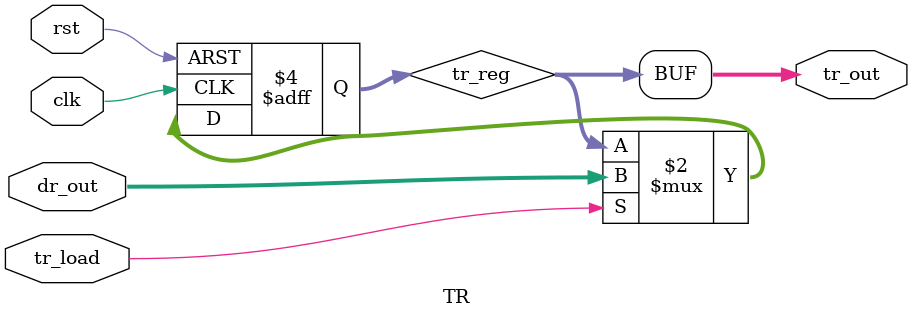
<source format=v>
module TR(
	input clk,
	input rst,
	input tr_load,
	input [7:0] dr_out,
	output [7:0] tr_out
	);
	
reg [7:0] tr_reg;

always @(posedge clk, posedge rst) begin
	if(rst) tr_reg<=8'b0;
	else if(tr_load) tr_reg<=dr_out;
end

assign tr_out=tr_reg;

endmodule

</source>
